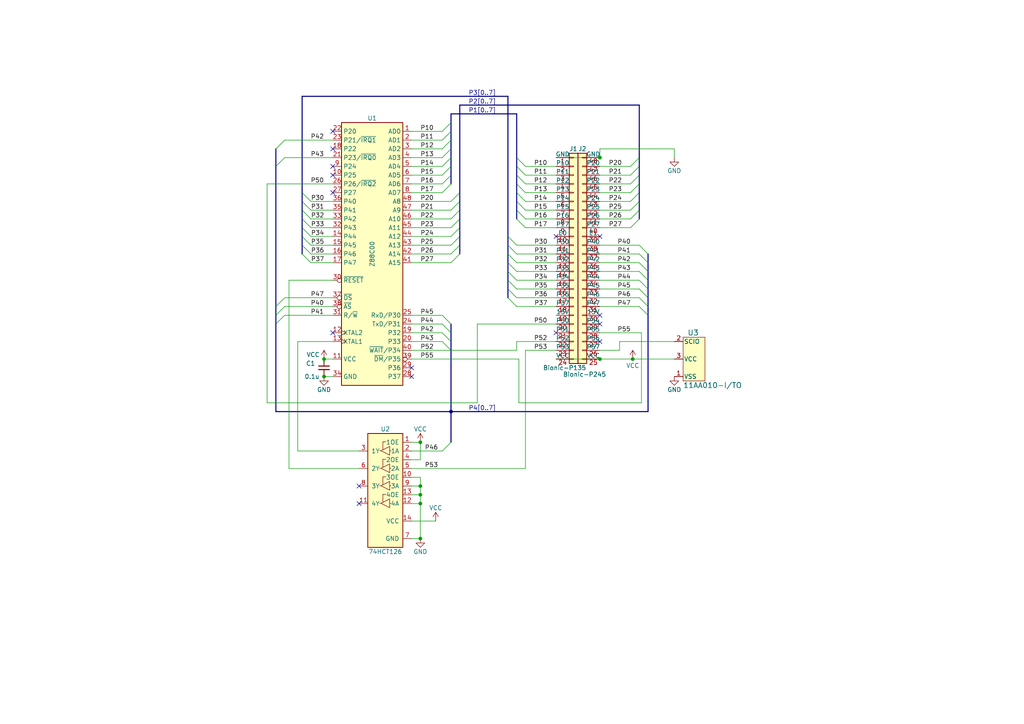
<source format=kicad_sch>
(kicad_sch (version 20230121) (generator eeschema)
  (paper "A4")
  (title_block (title "BionicZ8800") (date "2022-01-18") (rev "1") (company "Tadashi G. Takaoka"))
  (lib_symbols
    (symbol "0-LocalLibrary:11AA010-I_TO" (pin_names (offset 0.254))
      (property "Reference" "U" (at 2.54 1.27 0))
      (property "Value" "11AA010-I/TO" (at 3.81 -13.97 0))
      (symbol "11AA010-I_TO_1_1"
        (rectangle (start 0 0) (end 6.35 -12.7) (fill (type background)))
        (pin power_in line (at -2.54 -11.43 0) (length 2.54) (name "VSS") (number "1"))
        (pin bidirectional line (at -2.54 -1.27 0) (length 2.54) (name "SCIO") (number "2"))
        (pin power_in line (at -2.54 -6.35 0) (length 2.54) (name "VCC") (number "3"))
      )
    )
    (symbol "0-LocalLibrary:74HCT126" (pin_names (offset 1.016))
      (property "Reference" "U" (at 0 16.51 0))
      (property "Value" "74HCT126" (at 0 -19.05 0))
      (symbol "74HCT126_0_1"
        (polyline (pts (xy -1.2954 10.2108) (xy -1.6002 10.2108)))
        (polyline (pts (xy 1.2954 10.2362) (xy 1.651 10.2362)))
        (polyline (pts (xy 0.7112 10.5664) (xy 0.7112 12.827) (xy -0.127 12.827) (xy -0.1016 12.827)))
      )
      (symbol "74HCT126_1_0"
        (polyline (pts (xy 1.27 10.2362) (xy -1.27 11.5062) (xy -1.27 8.9662) (xy 1.27 10.2362)) (stroke (width 0.1524)))
        (pin input line (at -7.62 12.7 0) (length 2.54) (name "1OE") (number "1"))
        (pin input line (at -7.62 2.54 0) (length 2.54) (name "3OE") (number "10"))
        (pin tri_state line (at 7.62 -5.08 180) (length 2.54) (name "4Y") (number "11"))
        (pin input line (at -7.62 -5.08 0) (length 2.54) (name "4A") (number "12"))
        (pin input line (at -7.62 -2.54 0) (length 2.54) (name "4OE") (number "13"))
        (pin power_in line (at -7.62 -10.16 0) (length 2.54) (name "VCC") (number "14"))
        (pin input line (at -7.62 10.16 0) (length 2.54) (name "1A") (number "2"))
        (pin tri_state line (at 7.62 10.16 180) (length 2.54) (name "1Y") (number "3"))
        (pin input line (at -7.62 7.62 0) (length 2.54) (name "2OE") (number "4"))
        (pin input line (at -7.62 5.08 0) (length 2.54) (name "2A") (number "5"))
        (pin tri_state line (at 7.62 5.08 180) (length 2.54) (name "2Y") (number "6"))
        (pin power_in line (at -7.62 -15.24 0) (length 2.54) (name "GND") (number "7"))
        (pin tri_state line (at 7.62 0 180) (length 2.54) (name "3Y") (number "8"))
        (pin input line (at -7.62 0 0) (length 2.54) (name "3A") (number "9"))
      )
      (symbol "74HCT126_1_1"
        (rectangle (start -5.08 15.24) (end 5.08 -17.78) (stroke (width 0.254)) (fill (type background)))
        (polyline (pts (xy -1.2954 -5.0292) (xy -1.6002 -5.0292)))
        (polyline (pts (xy -1.2954 0.0508) (xy -1.6002 0.0508)))
        (polyline (pts (xy -1.2954 5.1308) (xy -1.6002 5.1308)))
        (polyline (pts (xy 1.2954 -5.0038) (xy 1.651 -5.0038)))
        (polyline (pts (xy 1.2954 0.0762) (xy 1.651 0.0762)))
        (polyline (pts (xy 1.2954 5.1562) (xy 1.651 5.1562)))
        (polyline (pts (xy 0.7112 -4.6736) (xy 0.7112 -2.413) (xy -0.127 -2.413) (xy -0.1016 -2.413)))
        (polyline (pts (xy 0.7112 0.4064) (xy 0.7112 2.667) (xy -0.127 2.667) (xy -0.1016 2.667)))
        (polyline (pts (xy 0.7112 5.4864) (xy 0.7112 7.747) (xy -0.127 7.747) (xy -0.1016 7.747)))
        (polyline (pts (xy 1.27 -5.0038) (xy -1.27 -3.7338) (xy -1.27 -6.2738) (xy 1.27 -5.0038)) (stroke (width 0.1524)))
        (polyline (pts (xy 1.27 0.0762) (xy -1.27 1.3462) (xy -1.27 -1.1938) (xy 1.27 0.0762)) (stroke (width 0.1524)))
        (polyline (pts (xy 1.27 5.1562) (xy -1.27 6.4262) (xy -1.27 3.8862) (xy 1.27 5.1562)) (stroke (width 0.1524)))
      )
    )
    (symbol "0-LocalLibrary:Bionic-P135" (pin_names (offset 0))
      (property "Reference" "J" (at 0 30.48 0))
      (property "Value" "Bionic-P135" (at -1.27 -33.02 0))
      (symbol "Bionic-P135_1_1"
        (rectangle (start -1.27 -30.353) (end 0 -30.607) (stroke (width 0.1524)))
        (rectangle (start -1.27 -27.813) (end 0 -28.067) (stroke (width 0.1524)))
        (rectangle (start -1.27 -25.273) (end 0 -25.527) (stroke (width 0.1524)))
        (rectangle (start -1.27 -22.733) (end 0 -22.987) (stroke (width 0.1524)))
        (rectangle (start -1.27 -20.193) (end 0 -20.447) (stroke (width 0.1524)))
        (rectangle (start -1.27 -17.653) (end 0 -17.907) (stroke (width 0.1524)))
        (rectangle (start -1.27 -15.113) (end 0 -15.367) (stroke (width 0.1524)))
        (rectangle (start -1.27 -12.573) (end 0 -12.827) (stroke (width 0.1524)))
        (rectangle (start -1.27 -10.033) (end 0 -10.287) (stroke (width 0.1524)))
        (rectangle (start -1.27 -7.493) (end 0 -7.747) (stroke (width 0.1524)))
        (rectangle (start -1.27 -4.953) (end 0 -5.207) (stroke (width 0.1524)))
        (rectangle (start -1.27 -2.413) (end 0 -2.667) (stroke (width 0.1524)))
        (rectangle (start -1.27 0.127) (end 0 -0.127) (stroke (width 0.1524)))
        (rectangle (start -1.27 2.667) (end 0 2.413) (stroke (width 0.1524)))
        (rectangle (start -1.27 5.207) (end 0 4.953) (stroke (width 0.1524)))
        (rectangle (start -1.27 7.747) (end 0 7.493) (stroke (width 0.1524)))
        (rectangle (start -1.27 10.287) (end 0 10.033) (stroke (width 0.1524)))
        (rectangle (start -1.27 12.827) (end 0 12.573) (stroke (width 0.1524)))
        (rectangle (start -1.27 15.367) (end 0 15.113) (stroke (width 0.1524)))
        (rectangle (start -1.27 17.907) (end 0 17.653) (stroke (width 0.1524)))
        (rectangle (start -1.27 20.447) (end 0 20.193) (stroke (width 0.1524)))
        (rectangle (start -1.27 22.987) (end 0 22.733) (stroke (width 0.1524)))
        (rectangle (start -1.27 25.527) (end 0 25.273) (stroke (width 0.1524)))
        (rectangle (start -1.27 28.067) (end 0 27.813) (stroke (width 0.1524)))
        (rectangle (start -1.27 29.21) (end 1.27 -31.75) (stroke (width 0.254)) (fill (type background)))
        (pin power_out line (at -5.08 27.94 0) (length 3.81) (name "GND") (number "1"))
        (pin bidirectional line (at -5.08 5.08 0) (length 3.81) (name "E0") (number "10"))
        (pin bidirectional line (at -5.08 2.54 0) (length 3.81) (name "P30") (number "11"))
        (pin bidirectional line (at -5.08 0 0) (length 3.81) (name "P31") (number "12"))
        (pin bidirectional line (at -5.08 -2.54 0) (length 3.81) (name "P32") (number "13"))
        (pin bidirectional line (at -5.08 -5.08 0) (length 3.81) (name "P33") (number "14"))
        (pin bidirectional line (at -5.08 -7.62 0) (length 3.81) (name "P34") (number "15"))
        (pin bidirectional line (at -5.08 -10.16 0) (length 3.81) (name "P35") (number "16"))
        (pin bidirectional line (at -5.08 -12.7 0) (length 3.81) (name "P36") (number "17"))
        (pin bidirectional line (at -5.08 -15.24 0) (length 3.81) (name "P37") (number "18"))
        (pin power_out line (at -5.08 -17.78 0) (length 3.81) (name "15V") (number "19"))
        (pin bidirectional line (at -5.08 25.4 0) (length 3.81) (name "P10") (number "2"))
        (pin bidirectional line (at -5.08 -20.32 0) (length 3.81) (name "P50") (number "20"))
        (pin bidirectional line (at -5.08 -22.86 0) (length 3.81) (name "P51") (number "21"))
        (pin bidirectional line (at -5.08 -25.4 0) (length 3.81) (name "P52") (number "22"))
        (pin bidirectional line (at -5.08 -27.94 0) (length 3.81) (name "P53") (number "23"))
        (pin power_out line (at -5.08 -30.48 0) (length 3.81) (name "VCC") (number "24"))
        (pin bidirectional line (at -5.08 22.86 0) (length 3.81) (name "P11") (number "3"))
        (pin bidirectional line (at -5.08 20.32 0) (length 3.81) (name "P12") (number "4"))
        (pin bidirectional line (at -5.08 17.78 0) (length 3.81) (name "P13") (number "5"))
        (pin bidirectional line (at -5.08 15.24 0) (length 3.81) (name "P14") (number "6"))
        (pin bidirectional line (at -5.08 12.7 0) (length 3.81) (name "P15") (number "7"))
        (pin bidirectional line (at -5.08 10.16 0) (length 3.81) (name "P16") (number "8"))
        (pin bidirectional line (at -5.08 7.62 0) (length 3.81) (name "P17") (number "9"))
      )
    )
    (symbol "0-LocalLibrary:Bionic-P245" (pin_names (offset 0))
      (property "Reference" "J" (at -3.81 30.48 0))
      (property "Value" "Bionic-P245" (at -1.27 -33.02 0))
      (symbol "Bionic-P245_1_1"
        (rectangle (start -5.08 -31.75) (end -2.54 29.21) (stroke (width 0.254)) (fill (type background)))
        (rectangle (start -3.81 -30.607) (end -2.54 -30.353) (stroke (width 0.1524)))
        (rectangle (start -3.81 -28.067) (end -2.54 -27.813) (stroke (width 0.1524)))
        (rectangle (start -3.81 -25.527) (end -2.54 -25.273) (stroke (width 0.1524)))
        (rectangle (start -3.81 -22.987) (end -2.54 -22.733) (stroke (width 0.1524)))
        (rectangle (start -3.81 -20.447) (end -2.54 -20.193) (stroke (width 0.1524)))
        (rectangle (start -3.81 -17.907) (end -2.54 -17.653) (stroke (width 0.1524)))
        (rectangle (start -3.81 -15.367) (end -2.54 -15.113) (stroke (width 0.1524)))
        (rectangle (start -3.81 -12.827) (end -2.54 -12.573) (stroke (width 0.1524)))
        (rectangle (start -3.81 -10.287) (end -2.54 -10.033) (stroke (width 0.1524)))
        (rectangle (start -3.81 -7.747) (end -2.54 -7.493) (stroke (width 0.1524)))
        (rectangle (start -3.81 -5.207) (end -2.54 -4.953) (stroke (width 0.1524)))
        (rectangle (start -3.81 -2.667) (end -2.54 -2.413) (stroke (width 0.1524)))
        (rectangle (start -3.81 -0.127) (end -2.54 0.127) (stroke (width 0.1524)))
        (rectangle (start -3.81 2.413) (end -2.54 2.667) (stroke (width 0.1524)))
        (rectangle (start -3.81 4.953) (end -2.54 5.207) (stroke (width 0.1524)))
        (rectangle (start -3.81 7.493) (end -2.54 7.747) (stroke (width 0.1524)))
        (rectangle (start -3.81 10.033) (end -2.54 10.287) (stroke (width 0.1524)))
        (rectangle (start -3.81 12.573) (end -2.54 12.827) (stroke (width 0.1524)))
        (rectangle (start -3.81 15.113) (end -2.54 15.367) (stroke (width 0.1524)))
        (rectangle (start -3.81 17.653) (end -2.54 17.907) (stroke (width 0.1524)))
        (rectangle (start -3.81 20.193) (end -2.54 20.447) (stroke (width 0.1524)))
        (rectangle (start -3.81 22.733) (end -2.54 22.987) (stroke (width 0.1524)))
        (rectangle (start -3.81 25.273) (end -2.54 25.527) (stroke (width 0.1524)))
        (rectangle (start -3.81 27.813) (end -2.54 28.067) (stroke (width 0.1524)))
        (pin power_in line (at 1.27 -30.48 180) (length 3.81) (name "VCC") (number "25"))
        (pin bidirectional line (at 1.27 -27.94 180) (length 3.81) (name "P57") (number "26"))
        (pin bidirectional line (at 1.27 -25.4 180) (length 3.81) (name "P56") (number "27"))
        (pin bidirectional line (at 1.27 -22.86 180) (length 3.81) (name "P55") (number "28"))
        (pin bidirectional line (at 1.27 -20.32 180) (length 3.81) (name "P54") (number "29"))
        (pin power_in line (at 1.27 -17.78 180) (length 3.81) (name "15V") (number "30"))
        (pin bidirectional line (at 1.27 -15.24 180) (length 3.81) (name "P47") (number "31"))
        (pin bidirectional line (at 1.27 -12.7 180) (length 3.81) (name "P46") (number "32"))
        (pin bidirectional line (at 1.27 -10.16 180) (length 3.81) (name "P45") (number "33"))
        (pin bidirectional line (at 1.27 -7.62 180) (length 3.81) (name "P44") (number "34"))
        (pin bidirectional line (at 1.27 -5.08 180) (length 3.81) (name "P43") (number "35"))
        (pin bidirectional line (at 1.27 -2.54 180) (length 3.81) (name "P42") (number "36"))
        (pin bidirectional line (at 1.27 0 180) (length 3.81) (name "P41") (number "37"))
        (pin bidirectional line (at 1.27 2.54 180) (length 3.81) (name "P40") (number "38"))
        (pin bidirectional line (at 1.27 5.08 180) (length 3.81) (name "E1") (number "39"))
        (pin bidirectional line (at 1.27 7.62 180) (length 3.81) (name "P27") (number "40"))
        (pin bidirectional line (at 1.27 10.16 180) (length 3.81) (name "P26") (number "41"))
        (pin bidirectional line (at 1.27 12.7 180) (length 3.81) (name "P25") (number "42"))
        (pin bidirectional line (at 1.27 15.24 180) (length 3.81) (name "P24") (number "43"))
        (pin bidirectional line (at 1.27 17.78 180) (length 3.81) (name "P23") (number "44"))
        (pin bidirectional line (at 1.27 20.32 180) (length 3.81) (name "P22") (number "45"))
        (pin bidirectional line (at 1.27 22.86 180) (length 3.81) (name "P21") (number "46"))
        (pin bidirectional line (at 1.27 25.4 180) (length 3.81) (name "P20") (number "47"))
        (pin power_in line (at 1.27 27.94 180) (length 3.81) (name "GND") (number "48"))
      )
    )
    (symbol "0-LocalLibrary:Z88C00"
      (property "Reference" "U" (at -1.27 39.37 0))
      (property "Value" "Z88C00" (at -1.27 7.62 90))
      (symbol "Z88C00_0_0"
        (pin bidirectional line (at -11.43 5.08 0) (length 2.54) (name "P44") (number "14"))
        (pin bidirectional line (at -11.43 2.54 0) (length 2.54) (name "P45") (number "15"))
        (pin bidirectional line (at -11.43 0 0) (length 2.54) (name "P46") (number "16"))
        (pin bidirectional line (at -11.43 -2.54 0) (length 2.54) (name "P47") (number "17"))
        (pin bidirectional line (at 11.43 -35.56 180) (length 2.54) (name "P37") (number "28"))
        (pin bidirectional line (at 11.43 -33.02 180) (length 2.54) (name "P36") (number "29"))
        (pin bidirectional line (at -11.43 7.62 0) (length 2.54) (name "P43") (number "32"))
        (pin bidirectional line (at -11.43 10.16 0) (length 2.54) (name "P42") (number "33"))
        (pin bidirectional line (at -11.43 15.24 0) (length 2.54) (name "P40") (number "36"))
      )
      (symbol "Z88C00_0_1"
        (rectangle (start -8.89 -38.1) (end 8.89 38.1) (stroke (width 0.254)) (fill (type background)))
      )
      (symbol "Z88C00_1_1"
        (pin bidirectional line (at 11.43 35.56 180) (length 2.54) (name "AD0") (number "1"))
        (pin bidirectional line (at -11.43 22.86 0) (length 2.54) (name "P25") (number "10"))
        (pin power_in line (at -11.43 -30.48 0) (length 2.54) (name "VCC") (number "11"))
        (pin output clock (at -11.43 -22.86 0) (length 2.54) (name "XTAL2") (number "12"))
        (pin input clock (at -11.43 -25.4 0) (length 2.54) (name "XTAL1") (number "13"))
        (pin bidirectional line (at -11.43 30.48 0) (length 2.54) (name "P22") (number "18"))
        (pin bidirectional line (at 11.43 -22.86 180) (length 2.54) (name "P32") (number "19"))
        (pin bidirectional line (at 11.43 33.02 180) (length 2.54) (name "AD1") (number "2"))
        (pin bidirectional line (at 11.43 -25.4 180) (length 2.54) (name "P33") (number "20"))
        (pin bidirectional line (at -11.43 27.94 0) (length 2.54) (name "P23/~{IRQ0}") (number "21"))
        (pin bidirectional line (at -11.43 35.56 0) (length 2.54) (name "P20") (number "22"))
        (pin bidirectional line (at -11.43 33.02 0) (length 2.54) (name "P21/~{IRQ1}") (number "23"))
        (pin output line (at 11.43 -20.32 180) (length 2.54) (name "TxD/P31") (number "24"))
        (pin input line (at 11.43 -17.78 180) (length 2.54) (name "RxD/P30") (number "25"))
        (pin bidirectional line (at -11.43 20.32 0) (length 2.54) (name "P26/~{IRQ2}") (number "26"))
        (pin bidirectional line (at -11.43 17.78 0) (length 2.54) (name "P27") (number "27"))
        (pin bidirectional line (at 11.43 30.48 180) (length 2.54) (name "AD2") (number "3"))
        (pin input inverted (at -11.43 -7.62 0) (length 2.54) (name "~{RESET}") (number "30"))
        (pin output line (at -11.43 -17.78 0) (length 2.54) (name "R/~{W}") (number "31"))
        (pin power_in line (at -11.43 -35.56 0) (length 2.54) (name "GND") (number "34"))
        (pin bidirectional line (at -11.43 12.7 0) (length 2.54) (name "P41") (number "35"))
        (pin output inverted (at -11.43 -12.7 0) (length 2.54) (name "~{DS}") (number "37"))
        (pin output inverted (at -11.43 -15.24 0) (length 2.54) (name "~{AS}") (number "38"))
        (pin output inverted (at 11.43 -30.48 180) (length 2.54) (name "~{DM}/P35") (number "39"))
        (pin bidirectional line (at 11.43 27.94 180) (length 2.54) (name "AD3") (number "4"))
        (pin input line (at 11.43 -27.94 180) (length 2.54) (name "~{WAIT}/P34") (number "40"))
        (pin output line (at 11.43 -2.54 180) (length 2.54) (name "A15") (number "41"))
        (pin output line (at 11.43 0 180) (length 2.54) (name "A14") (number "42"))
        (pin output line (at 11.43 2.54 180) (length 2.54) (name "A13") (number "43"))
        (pin output line (at 11.43 5.08 180) (length 2.54) (name "A12") (number "44"))
        (pin output line (at 11.43 7.62 180) (length 2.54) (name "A11") (number "45"))
        (pin output line (at 11.43 10.16 180) (length 2.54) (name "A10") (number "46"))
        (pin output line (at 11.43 12.7 180) (length 2.54) (name "A9") (number "47"))
        (pin output line (at 11.43 15.24 180) (length 2.54) (name "A8") (number "48"))
        (pin bidirectional line (at 11.43 25.4 180) (length 2.54) (name "AD4") (number "5"))
        (pin bidirectional line (at 11.43 22.86 180) (length 2.54) (name "AD5") (number "6"))
        (pin bidirectional line (at 11.43 20.32 180) (length 2.54) (name "AD6") (number "7"))
        (pin bidirectional line (at 11.43 17.78 180) (length 2.54) (name "AD7") (number "8"))
        (pin bidirectional line (at -11.43 25.4 0) (length 2.54) (name "P24") (number "9"))
      )
    )
    (symbol "Device:C_Small" (pin_numbers hide) (pin_names (offset 0.254) hide)
      (property "Reference" "C" (at 0.254 1.778 0))
      (property "Value" "C_Small" (at 0.254 -2.032 0))
      (symbol "C_Small_0_1"
        (polyline (pts (xy -1.524 -0.508) (xy 1.524 -0.508)) (stroke (width 0.3302)))
        (polyline (pts (xy -1.524 0.508) (xy 1.524 0.508)) (stroke (width 0.3048)))
      )
      (symbol "C_Small_1_1"
        (pin passive line (at 0 2.54 270) (length 2.032) (name "~") (number "1"))
        (pin passive line (at 0 -2.54 90) (length 2.032) (name "~") (number "2"))
      )
    )
    (symbol "power:GND" (power) (pin_names (offset 0))
      (property "Value" "GND" (at 0 -3.81 0))
      (symbol "GND_0_1"
        (polyline (pts (xy 0 0) (xy 0 -1.27) (xy 1.27 -1.27) (xy 0 -2.54) (xy -1.27 -1.27) (xy 0 -1.27)))
      )
      (symbol "GND_1_1"
        (pin power_in line (at 0 0 270) (length 0) hide (name "GND") (number "1"))
      )
    )
    (symbol "power:VCC" (power) (pin_names (offset 0))
      (property "Value" "VCC" (at 0 3.81 0))
      (symbol "VCC_0_1"
        (polyline (pts (xy -0.762 1.27) (xy 0 2.54)))
        (polyline (pts (xy 0 0) (xy 0 2.54)))
        (polyline (pts (xy 0 2.54) (xy 0.762 1.27)))
      )
      (symbol "VCC_1_1"
        (pin power_in line (at 0 0 90) (length 0) hide (name "VCC") (number "1"))
      )
    )
  )
  (junction (at 121.92 146.05))
  (junction (at 121.92 156.21))
  (junction (at 93.98 104.14))
  (junction (at 93.98 109.22))
  (junction (at 173.99 104.14))
  (junction (at 121.92 128.27))
  (junction (at 183.515 104.14))
  (junction (at 121.92 140.97))
  (junction (at 130.81 119.38))
  (junction (at 173.99 45.72))
  (junction (at 121.92 143.51))
  (no_connect (at 104.14 146.05))
  (no_connect (at 96.52 50.8))
  (no_connect (at 173.99 91.44))
  (no_connect (at 173.99 93.98))
  (no_connect (at 96.52 96.52))
  (no_connect (at 119.38 106.68))
  (no_connect (at 173.99 68.58))
  (no_connect (at 96.52 38.1))
  (no_connect (at 96.52 55.88))
  (no_connect (at 96.52 48.26))
  (no_connect (at 161.29 96.52))
  (no_connect (at 173.99 99.06))
  (no_connect (at 119.38 109.22))
  (no_connect (at 161.29 68.58))
  (no_connect (at 104.14 140.97))
  (no_connect (at 96.52 43.18))
  (bus_entry (at 128.27 99.06) (size 2.54 2.54))
  (bus_entry (at 128.27 93.98) (size 2.54 2.54))
  (bus_entry (at 87.63 73.66) (size 2.54 2.54))
  (bus_entry (at 147.32 83.82) (size 2.54 2.54))
  (bus_entry (at 185.42 60.96) (size -2.54 2.54))
  (bus_entry (at 82.55 40.64) (size -2.54 2.54))
  (bus_entry (at 152.4 66.04) (size -2.54 -2.54))
  (bus_entry (at 87.63 68.58) (size 2.54 2.54))
  (bus_entry (at 152.4 50.8) (size -2.54 -2.54))
  (bus_entry (at 82.55 45.72) (size -2.54 2.54))
  (bus_entry (at 87.63 66.04) (size 2.54 2.54))
  (bus_entry (at 185.42 53.34) (size -2.54 2.54))
  (bus_entry (at 133.35 73.66) (size -2.54 2.54))
  (bus_entry (at 128.27 50.8) (size 2.54 -2.54))
  (bus_entry (at 147.32 71.12) (size 2.54 2.54))
  (bus_entry (at 133.35 68.58) (size -2.54 2.54))
  (bus_entry (at 185.42 58.42) (size -2.54 2.54))
  (bus_entry (at 152.4 63.5) (size -2.54 -2.54))
  (bus_entry (at 133.35 63.5) (size -2.54 2.54))
  (bus_entry (at 82.55 91.44) (size -2.54 2.54))
  (bus_entry (at 82.55 88.9) (size -2.54 2.54))
  (bus_entry (at 152.4 53.34) (size -2.54 -2.54))
  (bus_entry (at 152.4 55.88) (size -2.54 -2.54))
  (bus_entry (at 185.42 81.28) (size 2.54 2.54))
  (bus_entry (at 87.63 60.96) (size 2.54 2.54))
  (bus_entry (at 152.4 58.42) (size -2.54 -2.54))
  (bus_entry (at 147.32 86.36) (size 2.54 2.54))
  (bus_entry (at 147.32 73.66) (size 2.54 2.54))
  (bus_entry (at 128.27 40.64) (size 2.54 -2.54))
  (bus_entry (at 185.42 48.26) (size -2.54 2.54))
  (bus_entry (at 185.42 63.5) (size -2.54 2.54))
  (bus_entry (at 185.42 45.72) (size -2.54 2.54))
  (bus_entry (at 185.42 71.12) (size 2.54 2.54))
  (bus_entry (at 133.35 66.04) (size -2.54 2.54))
  (bus_entry (at 128.27 53.34) (size 2.54 -2.54))
  (bus_entry (at 147.32 78.74) (size 2.54 2.54))
  (bus_entry (at 128.27 43.18) (size 2.54 -2.54))
  (bus_entry (at 128.27 45.72) (size 2.54 -2.54))
  (bus_entry (at 133.35 58.42) (size -2.54 2.54))
  (bus_entry (at 152.4 60.96) (size -2.54 -2.54))
  (bus_entry (at 147.32 76.2) (size 2.54 2.54))
  (bus_entry (at 87.63 55.88) (size 2.54 2.54))
  (bus_entry (at 133.35 71.12) (size -2.54 2.54))
  (bus_entry (at 130.81 128.27) (size -2.54 2.54))
  (bus_entry (at 185.42 50.8) (size -2.54 2.54))
  (bus_entry (at 185.42 88.9) (size 2.54 2.54))
  (bus_entry (at 128.27 48.26) (size 2.54 -2.54))
  (bus_entry (at 133.35 60.96) (size -2.54 2.54))
  (bus_entry (at 152.4 48.26) (size -2.54 -2.54))
  (bus_entry (at 133.35 55.88) (size -2.54 2.54))
  (bus_entry (at 82.55 86.36) (size -2.54 2.54))
  (bus_entry (at 185.42 83.82) (size 2.54 2.54))
  (bus_entry (at 87.63 58.42) (size 2.54 2.54))
  (bus_entry (at 128.27 38.1) (size 2.54 -2.54))
  (bus_entry (at 87.63 63.5) (size 2.54 2.54))
  (bus_entry (at 128.27 91.44) (size 2.54 2.54))
  (bus_entry (at 147.32 68.58) (size 2.54 2.54))
  (bus_entry (at 128.27 55.88) (size 2.54 -2.54))
  (bus_entry (at 185.42 86.36) (size 2.54 2.54))
  (bus_entry (at 185.42 78.74) (size 2.54 2.54))
  (bus_entry (at 185.42 55.88) (size -2.54 2.54))
  (bus_entry (at 147.32 81.28) (size 2.54 2.54))
  (bus_entry (at 185.42 76.2) (size 2.54 2.54))
  (bus_entry (at 185.42 73.66) (size 2.54 2.54))
  (bus_entry (at 87.63 71.12) (size 2.54 2.54))
  (bus_entry (at 128.27 96.52) (size 2.54 2.54))
  (wire (pts (xy 119.38 140.97) (xy 121.92 140.97)))
  (wire (pts (xy 173.99 55.88) (xy 182.88 55.88)))
  (wire (pts (xy 173.99 48.26) (xy 182.88 48.26)))
  (bus (pts (xy 147.32 27.94) (xy 87.63 27.94)))
  (bus (pts (xy 187.96 73.66) (xy 187.96 76.2)))
  (bus (pts (xy 87.63 71.12) (xy 87.63 73.66)))
  (wire (pts (xy 179.705 101.6) (xy 179.705 99.06)))
  (wire (pts (xy 82.55 91.44) (xy 96.52 91.44)))
  (wire (pts (xy 119.38 40.64) (xy 128.27 40.64)))
  (wire (pts (xy 119.38 48.26) (xy 128.27 48.26)))
  (wire (pts (xy 173.99 78.74) (xy 185.42 78.74)))
  (wire (pts (xy 90.17 73.66) (xy 96.52 73.66)))
  (wire (pts (xy 149.86 71.12) (xy 161.29 71.12)))
  (bus (pts (xy 130.81 101.6) (xy 130.81 119.38)))
  (bus (pts (xy 149.86 45.72) (xy 149.86 48.26)))
  (bus (pts (xy 147.32 68.58) (xy 147.32 27.94)))
  (wire (pts (xy 161.29 63.5) (xy 152.4 63.5)))
  (wire (pts (xy 173.99 104.14) (xy 183.515 104.14)))
  (bus (pts (xy 147.32 81.28) (xy 147.32 78.74)))
  (wire (pts (xy 195.58 43.18) (xy 195.58 45.72)))
  (bus (pts (xy 185.42 45.72) (xy 185.42 48.26)))
  (wire (pts (xy 149.86 86.36) (xy 161.29 86.36)))
  (wire (pts (xy 93.98 105.41) (xy 93.98 104.14)))
  (wire (pts (xy 161.29 50.8) (xy 152.4 50.8)))
  (wire (pts (xy 149.86 101.6) (xy 149.86 99.06)))
  (wire (pts (xy 119.38 143.51) (xy 121.92 143.51)))
  (wire (pts (xy 119.38 128.27) (xy 121.92 128.27)))
  (bus (pts (xy 80.01 43.18) (xy 80.01 48.26)))
  (wire (pts (xy 119.38 133.35) (xy 121.92 133.35)))
  (wire (pts (xy 82.55 88.9) (xy 96.52 88.9)))
  (wire (pts (xy 173.99 43.18) (xy 195.58 43.18)))
  (wire (pts (xy 173.99 50.8) (xy 182.88 50.8)))
  (bus (pts (xy 147.32 78.74) (xy 147.32 76.2)))
  (bus (pts (xy 130.81 99.06) (xy 130.81 101.6)))
  (bus (pts (xy 133.35 60.96) (xy 133.35 63.5)))
  (wire (pts (xy 161.29 104.14) (xy 173.99 104.14)))
  (wire (pts (xy 96.52 81.28) (xy 83.82 81.28)))
  (wire (pts (xy 130.81 101.6) (xy 149.86 101.6)))
  (wire (pts (xy 149.86 99.06) (xy 161.29 99.06)))
  (wire (pts (xy 119.38 96.52) (xy 128.27 96.52)))
  (wire (pts (xy 173.99 66.04) (xy 182.88 66.04)))
  (wire (pts (xy 119.38 71.12) (xy 130.81 71.12)))
  (wire (pts (xy 149.86 83.82) (xy 161.29 83.82)))
  (bus (pts (xy 130.81 33.02) (xy 149.86 33.02)))
  (wire (pts (xy 77.47 53.34) (xy 96.52 53.34)))
  (bus (pts (xy 130.81 38.1) (xy 130.81 40.64)))
  (wire (pts (xy 77.47 116.84) (xy 77.47 53.34)))
  (wire (pts (xy 119.38 135.89) (xy 152.4 135.89)))
  (bus (pts (xy 130.81 119.38) (xy 130.81 128.27)))
  (bus (pts (xy 130.81 45.72) (xy 130.81 48.26)))
  (bus (pts (xy 130.81 96.52) (xy 130.81 99.06)))
  (wire (pts (xy 186.055 96.52) (xy 173.99 96.52)))
  (bus (pts (xy 187.96 91.44) (xy 187.96 119.38)))
  (bus (pts (xy 187.96 78.74) (xy 187.96 81.28)))
  (wire (pts (xy 185.42 76.2) (xy 173.99 76.2)))
  (wire (pts (xy 121.92 138.43) (xy 121.92 140.97)))
  (bus (pts (xy 185.42 48.26) (xy 185.42 50.8)))
  (wire (pts (xy 90.17 66.04) (xy 96.52 66.04)))
  (wire (pts (xy 138.43 116.84) (xy 77.47 116.84)))
  (bus (pts (xy 185.42 60.96) (xy 185.42 63.5)))
  (wire (pts (xy 149.86 78.74) (xy 161.29 78.74)))
  (bus (pts (xy 147.32 71.12) (xy 147.32 68.58)))
  (wire (pts (xy 183.515 104.14) (xy 195.58 104.14)))
  (wire (pts (xy 149.86 73.66) (xy 161.29 73.66)))
  (wire (pts (xy 119.38 68.58) (xy 130.81 68.58)))
  (wire (pts (xy 121.92 140.97) (xy 121.92 143.51)))
  (wire (pts (xy 149.86 76.2) (xy 161.29 76.2)))
  (bus (pts (xy 187.96 86.36) (xy 187.96 88.9)))
  (wire (pts (xy 90.17 60.96) (xy 96.52 60.96)))
  (bus (pts (xy 133.35 58.42) (xy 133.35 60.96)))
  (wire (pts (xy 104.14 130.81) (xy 86.36 130.81)))
  (wire (pts (xy 173.99 88.9) (xy 185.42 88.9)))
  (bus (pts (xy 130.81 48.26) (xy 130.81 50.8)))
  (wire (pts (xy 173.99 53.34) (xy 182.88 53.34)))
  (wire (pts (xy 119.38 43.18) (xy 128.27 43.18)))
  (wire (pts (xy 119.38 55.88) (xy 128.27 55.88)))
  (wire (pts (xy 161.29 45.72) (xy 173.99 45.72)))
  (wire (pts (xy 119.38 93.98) (xy 128.27 93.98)))
  (wire (pts (xy 173.99 73.66) (xy 185.42 73.66)))
  (bus (pts (xy 130.81 93.98) (xy 130.81 96.52)))
  (bus (pts (xy 185.42 58.42) (xy 185.42 60.96)))
  (wire (pts (xy 119.38 63.5) (xy 130.81 63.5)))
  (bus (pts (xy 185.42 30.48) (xy 185.42 45.72)))
  (wire (pts (xy 119.38 73.66) (xy 130.81 73.66)))
  (wire (pts (xy 96.52 99.06) (xy 86.36 99.06)))
  (bus (pts (xy 80.01 48.26) (xy 80.01 88.9)))
  (wire (pts (xy 119.38 104.14) (xy 150.495 104.14)))
  (wire (pts (xy 186.055 116.84) (xy 186.055 96.52)))
  (wire (pts (xy 82.55 86.36) (xy 96.52 86.36)))
  (bus (pts (xy 185.42 53.34) (xy 185.42 55.88)))
  (bus (pts (xy 130.81 35.56) (xy 130.81 38.1)))
  (bus (pts (xy 147.32 76.2) (xy 147.32 73.66)))
  (bus (pts (xy 185.42 50.8) (xy 185.42 53.34)))
  (wire (pts (xy 119.38 58.42) (xy 130.81 58.42)))
  (bus (pts (xy 149.86 60.96) (xy 149.86 63.5)))
  (wire (pts (xy 86.36 99.06) (xy 86.36 130.81)))
  (bus (pts (xy 80.01 93.98) (xy 80.01 119.38)))
  (bus (pts (xy 87.63 27.94) (xy 87.63 55.88)))
  (bus (pts (xy 133.35 63.5) (xy 133.35 66.04)))
  (bus (pts (xy 149.86 58.42) (xy 149.86 60.96)))
  (wire (pts (xy 138.43 93.98) (xy 161.29 93.98)))
  (wire (pts (xy 173.99 101.6) (xy 179.705 101.6)))
  (bus (pts (xy 149.86 33.02) (xy 149.86 45.72)))
  (wire (pts (xy 173.99 83.82) (xy 185.42 83.82)))
  (wire (pts (xy 152.4 101.6) (xy 152.4 135.89)))
  (bus (pts (xy 87.63 68.58) (xy 87.63 71.12)))
  (bus (pts (xy 80.01 88.9) (xy 80.01 91.44)))
  (wire (pts (xy 119.38 156.21) (xy 121.92 156.21)))
  (wire (pts (xy 90.17 76.2) (xy 96.52 76.2)))
  (bus (pts (xy 130.81 43.18) (xy 130.81 45.72)))
  (bus (pts (xy 187.96 83.82) (xy 187.96 86.36)))
  (bus (pts (xy 149.86 48.26) (xy 149.86 50.8)))
  (wire (pts (xy 161.29 48.26) (xy 152.4 48.26)))
  (bus (pts (xy 87.63 60.96) (xy 87.63 63.5)))
  (bus (pts (xy 80.01 91.44) (xy 80.01 93.98)))
  (wire (pts (xy 161.29 60.96) (xy 152.4 60.96)))
  (wire (pts (xy 161.29 55.88) (xy 152.4 55.88)))
  (wire (pts (xy 161.29 66.04) (xy 152.4 66.04)))
  (bus (pts (xy 133.35 68.58) (xy 133.35 71.12)))
  (wire (pts (xy 179.705 99.06) (xy 195.58 99.06)))
  (wire (pts (xy 173.99 58.42) (xy 182.88 58.42)))
  (wire (pts (xy 119.38 151.13) (xy 126.365 151.13)))
  (wire (pts (xy 149.86 88.9) (xy 161.29 88.9)))
  (wire (pts (xy 161.29 58.42) (xy 152.4 58.42)))
  (wire (pts (xy 83.82 81.28) (xy 83.82 135.89)))
  (wire (pts (xy 138.43 93.98) (xy 138.43 116.84)))
  (bus (pts (xy 130.81 119.38) (xy 187.96 119.38)))
  (wire (pts (xy 150.495 104.14) (xy 150.495 116.84)))
  (bus (pts (xy 87.63 66.04) (xy 87.63 68.58)))
  (wire (pts (xy 119.38 101.6) (xy 130.81 101.6)))
  (wire (pts (xy 173.99 86.36) (xy 185.42 86.36)))
  (wire (pts (xy 173.99 43.18) (xy 173.99 45.72)))
  (wire (pts (xy 119.38 76.2) (xy 130.81 76.2)))
  (wire (pts (xy 90.17 58.42) (xy 96.52 58.42)))
  (bus (pts (xy 187.96 81.28) (xy 187.96 83.82)))
  (wire (pts (xy 121.92 143.51) (xy 121.92 146.05)))
  (wire (pts (xy 173.99 71.12) (xy 185.42 71.12)))
  (wire (pts (xy 119.38 45.72) (xy 128.27 45.72)))
  (wire (pts (xy 93.98 109.22) (xy 96.52 109.22)))
  (wire (pts (xy 82.55 45.72) (xy 96.52 45.72)))
  (bus (pts (xy 130.81 33.02) (xy 130.81 35.56)))
  (wire (pts (xy 173.99 63.5) (xy 182.88 63.5)))
  (wire (pts (xy 173.99 60.96) (xy 182.88 60.96)))
  (wire (pts (xy 152.4 101.6) (xy 161.29 101.6)))
  (bus (pts (xy 133.35 30.48) (xy 133.35 55.88)))
  (wire (pts (xy 119.38 66.04) (xy 130.81 66.04)))
  (wire (pts (xy 119.38 50.8) (xy 128.27 50.8)))
  (wire (pts (xy 119.38 146.05) (xy 121.92 146.05)))
  (wire (pts (xy 90.17 63.5) (xy 96.52 63.5)))
  (bus (pts (xy 185.42 30.48) (xy 133.35 30.48)))
  (bus (pts (xy 130.81 50.8) (xy 130.81 53.34)))
  (bus (pts (xy 87.63 58.42) (xy 87.63 60.96)))
  (bus (pts (xy 147.32 73.66) (xy 147.32 71.12)))
  (bus (pts (xy 87.63 63.5) (xy 87.63 66.04)))
  (wire (pts (xy 119.38 38.1) (xy 128.27 38.1)))
  (wire (pts (xy 121.92 128.27) (xy 121.92 133.35)))
  (wire (pts (xy 121.92 138.43) (xy 119.38 138.43)))
  (wire (pts (xy 90.17 68.58) (xy 96.52 68.58)))
  (wire (pts (xy 119.38 53.34) (xy 128.27 53.34)))
  (bus (pts (xy 187.96 88.9) (xy 187.96 91.44)))
  (bus (pts (xy 185.42 55.88) (xy 185.42 58.42)))
  (wire (pts (xy 119.38 91.44) (xy 128.27 91.44)))
  (wire (pts (xy 161.29 53.34) (xy 152.4 53.34)))
  (wire (pts (xy 121.92 146.05) (xy 121.92 156.21)))
  (bus (pts (xy 130.81 40.64) (xy 130.81 43.18)))
  (wire (pts (xy 150.495 116.84) (xy 186.055 116.84)))
  (wire (pts (xy 93.98 104.14) (xy 96.52 104.14)))
  (wire (pts (xy 173.99 81.28) (xy 185.42 81.28)))
  (bus (pts (xy 133.35 55.88) (xy 133.35 58.42)))
  (wire (pts (xy 96.52 40.64) (xy 82.55 40.64)))
  (bus (pts (xy 149.86 53.34) (xy 149.86 55.88)))
  (wire (pts (xy 119.38 130.81) (xy 128.27 130.81)))
  (wire (pts (xy 83.82 135.89) (xy 104.14 135.89)))
  (wire (pts (xy 90.17 71.12) (xy 96.52 71.12)))
  (bus (pts (xy 133.35 66.04) (xy 133.35 68.58)))
  (bus (pts (xy 149.86 55.88) (xy 149.86 58.42)))
  (wire (pts (xy 119.38 99.06) (xy 128.27 99.06)))
  (bus (pts (xy 187.96 76.2) (xy 187.96 78.74)))
  (bus (pts (xy 147.32 86.36) (xy 147.32 83.82)))
  (bus (pts (xy 80.01 119.38) (xy 130.81 119.38)))
  (bus (pts (xy 147.32 83.82) (xy 147.32 81.28)))
  (wire (pts (xy 149.86 81.28) (xy 161.29 81.28)))
  (bus (pts (xy 149.86 50.8) (xy 149.86 53.34)))
  (bus (pts (xy 133.35 71.12) (xy 133.35 73.66)))
  (bus (pts (xy 87.63 55.88) (xy 87.63 58.42)))
  (wire (pts (xy 119.38 60.96) (xy 130.81 60.96)))
  (label "P27" (at 176.53 66.04 0))
  (label "P22" (at 176.53 53.34 0))
  (label "P14" (at 121.92 48.26 0))
  (label "P35" (at 154.94 83.82 0))
  (label "P42" (at 121.92 96.52 0))
  (label "P12" (at 121.92 43.18 0))
  (label "P23" (at 176.53 55.88 0))
  (label "P15" (at 158.75 60.96 180))
  (label "P30" (at 154.94 71.12 0))
  (label "P45" (at 121.92 91.44 0))
  (label "P31" (at 90.17 60.96 0))
  (label "P31" (at 154.94 73.66 0))
  (label "P44" (at 179.07 81.28 0))
  (label "P1[0..7]" (at 135.89 33.02 0))
  (label "P46" (at 179.07 86.36 0))
  (label "P32" (at 90.17 63.5 0))
  (label "P10" (at 121.92 38.1 0))
  (label "P24" (at 121.92 68.58 0))
  (label "P43" (at 121.92 99.06 0))
  (label "P53" (at 158.75 101.6 180))
  (label "P35" (at 90.17 71.12 0))
  (label "P50" (at 158.75 93.98 180))
  (label "P37" (at 90.17 76.2 0))
  (label "P2[0..7]" (at 135.89 30.48 0))
  (label "P42" (at 179.07 76.2 0))
  (label "P3[0..7]" (at 135.89 27.94 0))
  (label "P20" (at 176.53 48.26 0))
  (label "P52" (at 158.75 99.06 180))
  (label "P20" (at 121.92 58.42 0))
  (label "P55" (at 121.92 104.14 0))
  (label "P15" (at 121.92 50.8 0))
  (label "P14" (at 158.75 58.42 180))
  (label "P16" (at 121.92 53.34 0))
  (label "P22" (at 121.92 63.5 0))
  (label "P26" (at 121.92 73.66 0))
  (label "P17" (at 158.75 66.04 180))
  (label "P52" (at 121.92 101.6 0))
  (label "P40" (at 179.07 71.12 0))
  (label "P11" (at 158.75 50.8 180))
  (label "P37" (at 154.94 88.9 0))
  (label "P13" (at 121.92 45.72 0))
  (label "P11" (at 121.92 40.64 0))
  (label "P30" (at 90.17 58.42 0))
  (label "P4[0..7]" (at 135.89 119.38 0))
  (label "P43" (at 179.07 78.74 0))
  (label "P24" (at 176.53 58.42 0))
  (label "P25" (at 176.53 60.96 0))
  (label "P32" (at 154.94 76.2 0))
  (label "P12" (at 158.75 53.34 180))
  (label "P44" (at 121.92 93.98 0))
  (label "P16" (at 158.75 63.5 180))
  (label "P47" (at 93.98 86.36 180))
  (label "P13" (at 158.75 55.88 180))
  (label "P17" (at 121.92 55.88 0))
  (label "P21" (at 121.92 60.96 0))
  (label "P10" (at 158.75 48.26 180))
  (label "P43" (at 93.98 45.72 180))
  (label "P33" (at 90.17 66.04 0))
  (label "P41" (at 179.07 73.66 0))
  (label "P55" (at 179.07 96.52 0))
  (label "P45" (at 179.07 83.82 0))
  (label "P53" (at 123.19 135.89 0))
  (label "P26" (at 176.53 63.5 0))
  (label "P41" (at 93.98 91.44 180))
  (label "P46" (at 123.19 130.81 0))
  (label "P50" (at 93.98 53.34 180))
  (label "P40" (at 93.98 88.9 180))
  (label "P47" (at 179.07 88.9 0))
  (label "P36" (at 90.17 73.66 0))
  (label "P33" (at 154.94 78.74 0))
  (label "P23" (at 121.92 66.04 0))
  (label "P34" (at 154.94 81.28 0))
  (label "P25" (at 121.92 71.12 0))
  (label "P42" (at 93.98 40.64 180))
  (label "P21" (at 176.53 50.8 0))
  (label "P34" (at 90.17 68.58 0))
  (label "P27" (at 121.92 76.2 0))
  (label "P36" (at 154.94 86.36 0))
  (symbol (lib_id "Device:C_Small") (at 93.98 106.68 0) (mirror y) (unit 1)
    (property "Reference" "C1" (at 91.44 105.41 0) (effects (justify left)))
    (property "Value" "0.1u" (at 92.71 109.22 0) (effects (justify left)))
    (property "Footprint" "Capacitor_THT:C_Disc_D3.4mm_W2.1mm_P2.50mm" (effects hide))
  )
  (symbol (lib_id "0-LocalLibrary:Z88C00") (at 107.95 73.66 0) (unit 1)
    (property "Reference" "U1" (at 107.95 34.29 0))
    (property "Value" "Z88C00" (at 107.95 73.66 90))
    (property "Footprint" "Package_DIP:DIP-48_W15.24mm" (effects hide))
    (property "Datasheet" "https://datasheetspdf.com/pdf-file/527631/Zilog/Z88C00/1" (effects hide))
  )
  (symbol (lib_id "0-LocalLibrary:74HCT126") (at 111.76 140.97 0) (mirror y) (unit 1)
    (property "Reference" "U2" (at 111.76 124.46 0))
    (property "Value" "74HCT126" (at 111.76 160.02 0))
    (property "Footprint" "Package_DIP:DIP-14_W7.62mm" (effects hide))
    (property "Datasheet" "https://www.ti.com/lit/ds/symlink/cd74hct126.pdf" (effects hide))
  )
  (symbol (lib_id "power:VCC") (at 121.92 128.27 0) (unit 1)
    (property "Reference" "#PWR05" (effects hide))
    (property "Value" "VCC" (at 121.92 124.46 0))
  )
  (symbol (lib_id "power:GND") (at 195.58 45.72 0) (unit 1)
    (property "Reference" "#PWR01" (effects hide))
    (property "Value" "GND" (at 195.58 49.53 0))
  )
  (symbol (lib_id "power:GND") (at 121.92 156.21 0) (unit 1)
    (property "Reference" "#PWR02" (effects hide))
    (property "Value" "GND" (at 121.92 160.02 0))
  )
  (symbol (lib_id "power:GND") (at 93.98 109.22 0) (unit 1)
    (property "Reference" "#PWR03" (effects hide))
    (property "Value" "GND" (at 93.98 113.03 0))
  )
  (symbol (lib_id "0-LocalLibrary:Bionic-P245") (at 172.72 73.66 0) (unit 1)
    (property "Reference" "J2" (at 168.91 43.18 0))
    (property "Value" "Bionic-P245" (at 169.545 108.585 0))
    (property "Footprint" "connector:Bionic-P245_Vertical" (effects hide))
  )
  (symbol (lib_id "0-LocalLibrary:Bionic-P135") (at 166.37 73.66 0) (unit 1)
    (property "Reference" "J1" (at 165.1 43.18 0) (effects (justify left)))
    (property "Value" "Bionic-P135" (at 157.48 106.68 0) (effects (justify left)))
    (property "Footprint" "connector:Bionic-P135_Vertical" (effects hide))
  )
  (symbol (lib_id "power:GND") (at 195.58 109.22 0) (unit 1)
    (property "Reference" "#PWR08" (effects hide))
    (property "Value" "GND" (at 195.58 113.03 0))
  )
  (symbol (lib_id "power:VCC") (at 183.515 104.14 0) (unit 1)
    (property "Reference" "#PWR04" (effects hide))
    (property "Value" "VCC" (at 183.515 106.045 0))
  )
  (symbol (lib_id "power:VCC") (at 126.365 151.13 0) (unit 1)
    (property "Reference" "#PWR06" (effects hide))
    (property "Value" "VCC" (at 126.365 147.32 0))
  )
  (symbol (lib_id "0-LocalLibrary:11AA010-I_TO") (at 198.12 97.79 0) (unit 1)
    (property "Reference" "U3" (at 199.39 96.52 0) (effects (font (size 1.524 1.524)) (justify left)))
    (property "Value" "11AA010-I/TO" (at 198.12 111.76 0) (effects (font (size 1.524 1.524)) (justify left)))
    (property "Footprint" "TO-92_MC_MCH" (effects hide))
    (property "Datasheet" "11AA010-I/TO" (effects hide))
  )
  (symbol (lib_id "power:VCC") (at 93.98 104.14 0) (unit 1)
    (property "Reference" "#PWR07" (effects hide))
    (property "Value" "VCC" (at 90.805 102.87 0))
  )
)
</source>
